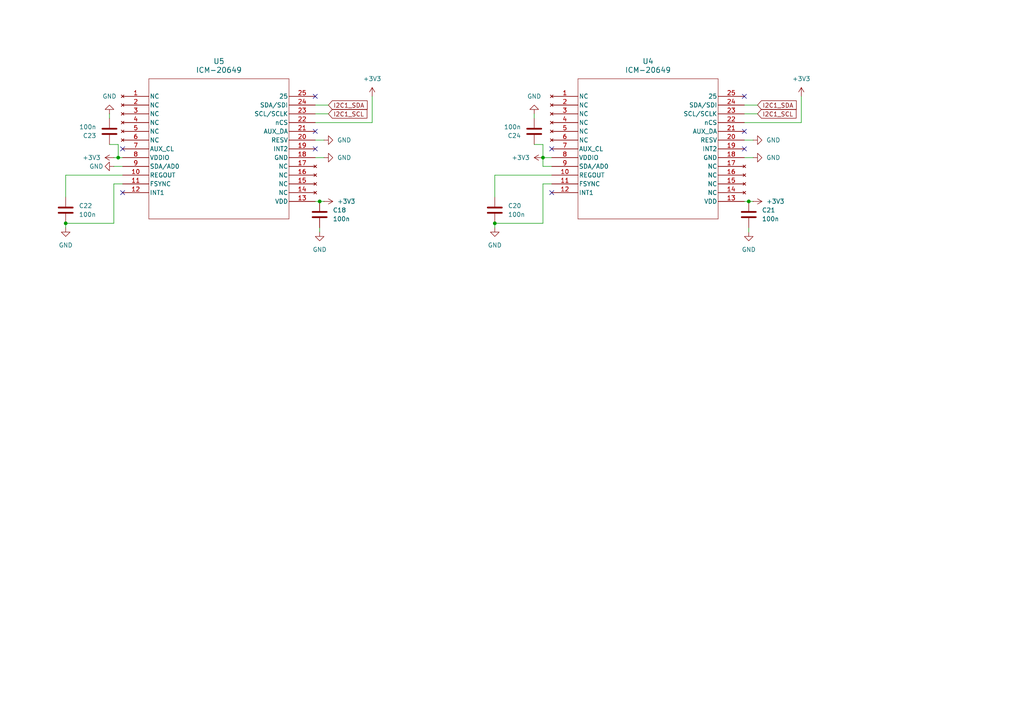
<source format=kicad_sch>
(kicad_sch (version 20250114) (generator "eeschema") (generator_version "9.0")
  (paper "A4")
  (title_block (title "AeroNode") (date "2026-01-02") (rev "0.1") (company "Moonlit Garage, Inc."))
  (lib_symbols
    (symbol "Device:C" (pin_numbers (hide yes)) (pin_names (offset 0.254))
      (property "Reference" "C" (at 0.635 2.54 0))
      (property "Value" "C" (at 0.635 -2.54 0))
      (symbol "C_0_1"
        (polyline (pts (xy -2.032 0.762) (xy 2.032 0.762)) (stroke (width 0.508)))
        (polyline (pts (xy -2.032 -0.762) (xy 2.032 -0.762)) (stroke (width 0.508)))
      )
      (symbol "C_1_1"
        (pin passive line (at 0 3.81 270) (length 2.794) (name "~") (number "1"))
        (pin passive line (at 0 -3.81 90) (length 2.794) (name "~") (number "2"))
      )
    )
    (symbol "ICM20649:ICM-20649" (pin_names (offset 0.254))
      (property "Reference" "U" (at 27.94 10.16 0))
      (property "Value" "ICM-20649" (at 27.94 7.62 0))
      (symbol "ICM-20649_0_1"
        (polyline (pts (xy 7.62 5.08) (xy 7.62 -35.56)) (stroke (width 0.127)))
        (polyline (pts (xy 7.62 -35.56) (xy 48.26 -35.56)) (stroke (width 0.127)))
        (polyline (pts (xy 48.26 5.08) (xy 7.62 5.08)) (stroke (width 0.127)))
        (polyline (pts (xy 48.26 -35.56) (xy 48.26 5.08)) (stroke (width 0.127)))
        (pin no_connect line (at 0 0 0) (length 7.62) (name "NC") (number "1"))
        (pin no_connect line (at 0 -2.54 0) (length 7.62) (name "NC") (number "2"))
        (pin no_connect line (at 0 -5.08 0) (length 7.62) (name "NC") (number "3"))
        (pin no_connect line (at 0 -7.62 0) (length 7.62) (name "NC") (number "4"))
        (pin no_connect line (at 0 -10.16 0) (length 7.62) (name "NC") (number "5"))
        (pin no_connect line (at 0 -12.7 0) (length 7.62) (name "NC") (number "6"))
        (pin unspecified line (at 0 -15.24 0) (length 7.62) (name "AUX_CL") (number "7"))
        (pin power_in line (at 0 -17.78 0) (length 7.62) (name "VDDIO") (number "8"))
        (pin bidirectional line (at 0 -20.32 0) (length 7.62) (name "SDA/AD0") (number "9"))
        (pin output line (at 0 -22.86 0) (length 7.62) (name "REGOUT") (number "10"))
        (pin input line (at 0 -25.4 0) (length 7.62) (name "FSYNC") (number "11"))
        (pin bidirectional line (at 0 -27.94 0) (length 7.62) (name "INT1") (number "12"))
        (pin unspecified line (at 55.88 0 180) (length 7.62) (name "25") (number "25"))
        (pin unspecified line (at 55.88 -2.54 180) (length 7.62) (name "SDA/SDI") (number "24"))
        (pin unspecified line (at 55.88 -5.08 180) (length 7.62) (name "SCL/SCLK") (number "23"))
        (pin unspecified line (at 55.88 -7.62 180) (length 7.62) (name "nCS") (number "22"))
        (pin unspecified line (at 55.88 -10.16 180) (length 7.62) (name "AUX_DA") (number "21"))
        (pin bidirectional line (at 55.88 -15.24 180) (length 7.62) (name "INT2") (number "19"))
        (pin power_out line (at 55.88 -17.78 180) (length 7.62) (name "GND") (number "18"))
        (pin no_connect line (at 55.88 -20.32 180) (length 7.62) (name "NC") (number "17"))
        (pin no_connect line (at 55.88 -22.86 180) (length 7.62) (name "NC") (number "16"))
        (pin no_connect line (at 55.88 -25.4 180) (length 7.62) (name "NC") (number "15"))
        (pin no_connect line (at 55.88 -27.94 180) (length 7.62) (name "NC") (number "14"))
        (pin power_in line (at 55.88 -30.48 180) (length 7.62) (name "VDD") (number "13"))
      )
      (symbol "ICM-20649_1_1"
        (pin passive line (at 55.88 -12.7 180) (length 7.62) (name "RESV") (number "20"))
      )
    )
    (symbol "power:+3V3" (power) (pin_numbers (hide yes)) (pin_names (offset 0) (hide yes))
      (property "Value" "+3V3" (at 0 3.556 0))
      (symbol "+3V3_0_1"
        (polyline (pts (xy -0.762 1.27) (xy 0 2.54)))
        (polyline (pts (xy 0 2.54) (xy 0.762 1.27)))
        (polyline (pts (xy 0 0) (xy 0 2.54)))
      )
      (symbol "+3V3_1_1"
        (pin power_in line (at 0 0 90) (length 0) (name "~") (number "1"))
      )
    )
    (symbol "power:GND" (power) (pin_numbers (hide yes)) (pin_names (offset 0) (hide yes))
      (property "Value" "GND" (at 0 -3.81 0))
      (symbol "GND_0_1"
        (polyline (pts (xy 0 0) (xy 0 -1.27) (xy 1.27 -1.27) (xy 0 -2.54) (xy -1.27 -1.27) (xy 0 -1.27)))
      )
      (symbol "GND_1_1"
        (pin power_in line (at 0 0 270) (length 0) (name "~") (number "1"))
      )
    )
  )
  (junction (at 92.71 58.42))
  (junction (at 157.48 45.72))
  (junction (at 34.29 45.72))
  (junction (at 19.05 64.77))
  (junction (at 143.51 64.77))
  (junction (at 217.17 58.42))
  (no_connect (at 215.9 38.1))
  (no_connect (at 91.44 38.1))
  (no_connect (at 215.9 43.18))
  (no_connect (at 35.56 43.18))
  (no_connect (at 91.44 43.18))
  (no_connect (at 91.44 27.94))
  (no_connect (at 35.56 55.88))
  (no_connect (at 215.9 27.94))
  (no_connect (at 160.02 55.88))
  (no_connect (at 160.02 43.18))
  (wire (pts (xy 215.9 40.64) (xy 218.44 40.64)))
  (wire (pts (xy 160.02 50.8) (xy 143.51 50.8)))
  (wire (pts (xy 217.17 66.04) (xy 217.17 67.31)))
  (wire (pts (xy 157.48 41.91) (xy 157.48 45.72)))
  (wire (pts (xy 92.71 66.04) (xy 92.71 67.31)))
  (wire (pts (xy 33.02 53.34) (xy 33.02 64.77)))
  (wire (pts (xy 157.48 45.72) (xy 160.02 45.72)))
  (wire (pts (xy 215.9 58.42) (xy 217.17 58.42)))
  (wire (pts (xy 157.48 48.26) (xy 160.02 48.26)))
  (wire (pts (xy 33.02 48.26) (xy 35.56 48.26)))
  (wire (pts (xy 33.02 64.77) (xy 19.05 64.77)))
  (wire (pts (xy 143.51 64.77) (xy 143.51 66.04)))
  (wire (pts (xy 215.9 33.02) (xy 219.71 33.02)))
  (wire (pts (xy 91.44 40.64) (xy 93.98 40.64)))
  (wire (pts (xy 157.48 53.34) (xy 160.02 53.34)))
  (wire (pts (xy 215.9 35.56) (xy 232.41 35.56)))
  (wire (pts (xy 157.48 64.77) (xy 143.51 64.77)))
  (wire (pts (xy 31.75 34.29) (xy 31.75 33.02)))
  (wire (pts (xy 154.94 34.29) (xy 154.94 33.02)))
  (wire (pts (xy 92.71 58.42) (xy 93.98 58.42)))
  (wire (pts (xy 157.48 45.72) (xy 157.48 48.26)))
  (wire (pts (xy 215.9 30.48) (xy 219.71 30.48)))
  (wire (pts (xy 19.05 64.77) (xy 19.05 66.04)))
  (wire (pts (xy 107.95 27.94) (xy 107.95 35.56)))
  (wire (pts (xy 215.9 45.72) (xy 218.44 45.72)))
  (wire (pts (xy 157.48 53.34) (xy 157.48 64.77)))
  (wire (pts (xy 217.17 58.42) (xy 218.44 58.42)))
  (wire (pts (xy 31.75 41.91) (xy 34.29 41.91)))
  (wire (pts (xy 35.56 50.8) (xy 19.05 50.8)))
  (wire (pts (xy 34.29 41.91) (xy 34.29 45.72)))
  (wire (pts (xy 154.94 41.91) (xy 157.48 41.91)))
  (wire (pts (xy 91.44 45.72) (xy 93.98 45.72)))
  (wire (pts (xy 33.02 53.34) (xy 35.56 53.34)))
  (wire (pts (xy 19.05 50.8) (xy 19.05 57.15)))
  (wire (pts (xy 91.44 35.56) (xy 107.95 35.56)))
  (wire (pts (xy 91.44 58.42) (xy 92.71 58.42)))
  (wire (pts (xy 91.44 33.02) (xy 95.25 33.02)))
  (wire (pts (xy 91.44 30.48) (xy 95.25 30.48)))
  (wire (pts (xy 232.41 27.94) (xy 232.41 35.56)))
  (wire (pts (xy 34.29 45.72) (xy 35.56 45.72)))
  (wire (pts (xy 33.02 45.72) (xy 34.29 45.72)))
  (wire (pts (xy 143.51 50.8) (xy 143.51 57.15)))
  (global_label "I2C1_SDA" (shape input) (at 95.25 30.48 0) (property "Intersheetrefs" "${INTERSHEET_REFS}" (effects (hide yes))))
  (global_label "I2C1_SDA" (shape input) (at 219.71 30.48 0) (property "Intersheetrefs" "${INTERSHEET_REFS}" (effects (hide yes))))
  (global_label "I2C1_SCL" (shape input) (at 219.71 33.02 0) (property "Intersheetrefs" "${INTERSHEET_REFS}" (effects (hide yes))))
  (global_label "I2C1_SCL" (shape input) (at 95.25 33.02 0) (property "Intersheetrefs" "${INTERSHEET_REFS}" (effects (hide yes))))
  (symbol (lib_id "power:GND") (at 218.44 45.72 90) (unit 1)
    (property "Reference" "#PWR056" (effects (hide yes)))
    (property "Value" "GND" (at 222.25 45.7199 90) (effects (justify right)))
    (property "Description" "Power symbol creates a global label with name \"GND\" , ground" (effects (hide yes)))
  )
  (symbol (lib_id "power:GND") (at 33.02 48.26 270) (unit 1)
    (property "Reference" "#PWR064" (effects (hide yes)))
    (property "Value" "GND" (at 27.94 48.26 90))
    (property "Description" "Power symbol creates a global label with name \"GND\" , ground" (effects (hide yes)))
  )
  (symbol (lib_id "power:GND") (at 143.51 66.04 0) (unit 1)
    (property "Reference" "#PWR051" (effects (hide yes)))
    (property "Value" "GND" (at 143.51 71.12 0))
    (property "Description" "Power symbol creates a global label with name \"GND\" , ground" (effects (hide yes)))
  )
  (symbol (lib_id "power:+3V3") (at 107.95 27.94 0) (unit 1)
    (property "Reference" "#PWR044" (effects (hide yes)))
    (property "Value" "+3V3" (at 107.95 22.86 0))
    (property "Description" "Power symbol creates a global label with name \"+3V3\"" (effects (hide yes)))
  )
  (symbol (lib_id "power:GND") (at 92.71 67.31 0) (unit 1)
    (property "Reference" "#PWR050" (effects (hide yes)))
    (property "Value" "GND" (at 92.71 72.39 0))
    (property "Description" "Power symbol creates a global label with name \"GND\" , ground" (effects (hide yes)))
  )
  (symbol (lib_id "power:GND") (at 217.17 67.31 0) (unit 1)
    (property "Reference" "#PWR054" (effects (hide yes)))
    (property "Value" "GND" (at 217.17 72.39 0))
    (property "Description" "Power symbol creates a global label with name \"GND\" , ground" (effects (hide yes)))
  )
  (symbol (lib_id "Device:C") (at 31.75 38.1 180) (unit 1)
    (property "Reference" "C23" (at 27.94 39.3701 0) (effects (justify left)))
    (property "Value" "100n" (at 27.94 36.8301 0) (effects (justify left)))
    (property "Footprint" "Capacitor_SMD:C_0402_1005Metric" (effects (hide yes)))
    (property "Description" "Unpolarized capacitor" (effects (hide yes)))
  )
  (symbol (lib_id "ICM20649:ICM-20649") (at 35.56 27.94 0) (unit 1)
    (property "Reference" "U5" (at 63.5 17.78 0) (effects (font (size 1.524 1.524))))
    (property "Value" "ICM-20649" (at 63.5 20.32 0) (effects (font (size 1.524 1.524))))
    (property "Footprint" "QFN24_3X3X0P9_IVS" (effects (hide yes)))
    (property "Datasheet" "ICM-20649" (effects (hide yes)))
  )
  (symbol (lib_id "power:GND") (at 93.98 45.72 90) (unit 1)
    (property "Reference" "#PWR065" (effects (hide yes)))
    (property "Value" "GND" (at 97.79 45.7199 90) (effects (justify right)))
    (property "Description" "Power symbol creates a global label with name \"GND\" , ground" (effects (hide yes)))
  )
  (symbol (lib_id "power:+3V3") (at 33.02 45.72 90) (unit 1)
    (property "Reference" "#PWR043" (effects (hide yes)))
    (property "Value" "+3V3" (at 29.21 45.7199 90) (effects (justify left)))
    (property "Description" "Power symbol creates a global label with name \"+3V3\"" (effects (hide yes)))
  )
  (symbol (lib_id "Device:C") (at 154.94 38.1 180) (unit 1)
    (property "Reference" "C24" (at 151.13 39.3701 0) (effects (justify left)))
    (property "Value" "100n" (at 151.13 36.8301 0) (effects (justify left)))
    (property "Footprint" "Capacitor_SMD:C_0402_1005Metric" (effects (hide yes)))
    (property "Description" "Unpolarized capacitor" (effects (hide yes)))
  )
  (symbol (lib_id "power:GND") (at 19.05 66.04 0) (unit 1)
    (property "Reference" "#PWR047" (effects (hide yes)))
    (property "Value" "GND" (at 19.05 71.12 0))
    (property "Description" "Power symbol creates a global label with name \"GND\" , ground" (effects (hide yes)))
  )
  (symbol (lib_id "power:GND") (at 154.94 33.02 180) (unit 1)
    (property "Reference" "#PWR045" (effects (hide yes)))
    (property "Value" "GND" (at 154.94 27.94 0))
    (property "Description" "Power symbol creates a global label with name \"GND\" , ground" (effects (hide yes)))
  )
  (symbol (lib_id "power:GND") (at 31.75 33.02 180) (unit 1)
    (property "Reference" "#PWR042" (effects (hide yes)))
    (property "Value" "GND" (at 31.75 27.94 0))
    (property "Description" "Power symbol creates a global label with name \"GND\" , ground" (effects (hide yes)))
  )
  (symbol (lib_id "Device:C") (at 143.51 60.96 0) (unit 1)
    (property "Reference" "C20" (at 147.32 59.6899 0) (effects (justify left)))
    (property "Value" "100n" (at 147.32 62.2299 0) (effects (justify left)))
    (property "Footprint" "Capacitor_SMD:C_0402_1005Metric" (effects (hide yes)))
    (property "Description" "Unpolarized capacitor" (effects (hide yes)))
  )
  (symbol (lib_id "power:GND") (at 218.44 40.64 90) (unit 1)
    (property "Reference" "#PWR055" (effects (hide yes)))
    (property "Value" "GND" (at 222.25 40.6399 90) (effects (justify right)))
    (property "Description" "Power symbol creates a global label with name \"GND\" , ground" (effects (hide yes)))
  )
  (symbol (lib_id "power:+3V3") (at 232.41 27.94 0) (unit 1)
    (property "Reference" "#PWR058" (effects (hide yes)))
    (property "Value" "+3V3" (at 232.41 22.86 0))
    (property "Description" "Power symbol creates a global label with name \"+3V3\"" (effects (hide yes)))
  )
  (symbol (lib_id "power:+3V3") (at 157.48 45.72 90) (unit 1)
    (property "Reference" "#PWR052" (effects (hide yes)))
    (property "Value" "+3V3" (at 153.67 45.7199 90) (effects (justify left)))
    (property "Description" "Power symbol creates a global label with name \"+3V3\"" (effects (hide yes)))
  )
  (symbol (lib_id "power:+3V3") (at 93.98 58.42 270) (unit 1)
    (property "Reference" "#PWR040" (effects (hide yes)))
    (property "Value" "+3V3" (at 97.79 58.4199 90) (effects (justify left)))
    (property "Description" "Power symbol creates a global label with name \"+3V3\"" (effects (hide yes)))
  )
  (symbol (lib_id "ICM20649:ICM-20649") (at 160.02 27.94 0) (unit 1)
    (property "Reference" "U4" (at 187.96 17.78 0) (effects (font (size 1.524 1.524))))
    (property "Value" "ICM-20649" (at 187.96 20.32 0) (effects (font (size 1.524 1.524))))
    (property "Footprint" "QFN24_3X3X0P9_IVS" (effects (hide yes)))
    (property "Datasheet" "ICM-20649" (effects (hide yes)))
  )
  (symbol (lib_id "power:GND") (at 93.98 40.64 90) (unit 1)
    (property "Reference" "#PWR046" (effects (hide yes)))
    (property "Value" "GND" (at 97.79 40.6399 90) (effects (justify right)))
    (property "Description" "Power symbol creates a global label with name \"GND\" , ground" (effects (hide yes)))
  )
  (symbol (lib_id "Device:C") (at 92.71 62.23 0) (unit 1)
    (property "Reference" "C18" (at 96.52 60.9599 0) (effects (justify left)))
    (property "Value" "100n" (at 96.52 63.4999 0) (effects (justify left)))
    (property "Footprint" "Capacitor_SMD:C_0402_1005Metric" (effects (hide yes)))
    (property "Description" "Unpolarized capacitor" (effects (hide yes)))
  )
  (symbol (lib_id "Device:C") (at 217.17 62.23 0) (unit 1)
    (property "Reference" "C21" (at 220.98 60.9599 0) (effects (justify left)))
    (property "Value" "100n" (at 220.98 63.4999 0) (effects (justify left)))
    (property "Footprint" "Capacitor_SMD:C_0402_1005Metric" (effects (hide yes)))
    (property "Description" "Unpolarized capacitor" (effects (hide yes)))
  )
  (symbol (lib_id "power:+3V3") (at 218.44 58.42 270) (unit 1)
    (property "Reference" "#PWR057" (effects (hide yes)))
    (property "Value" "+3V3" (at 222.25 58.4199 90) (effects (justify left)))
    (property "Description" "Power symbol creates a global label with name \"+3V3\"" (effects (hide yes)))
  )
  (symbol (lib_id "Device:C") (at 19.05 60.96 0) (unit 1)
    (property "Reference" "C22" (at 22.86 59.6899 0) (effects (justify left)))
    (property "Value" "100n" (at 22.86 62.2299 0) (effects (justify left)))
    (property "Footprint" "Capacitor_SMD:C_0402_1005Metric" (effects (hide yes)))
    (property "Description" "Unpolarized capacitor" (effects (hide yes)))
  )
)
</source>
